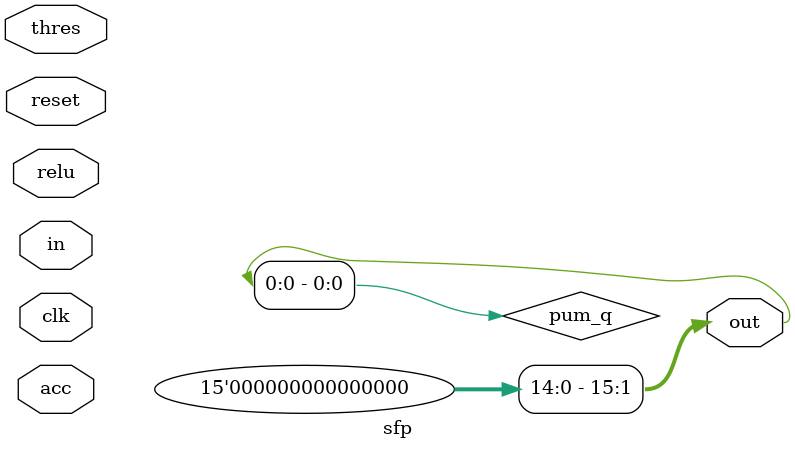
<source format=v>
module sfp (out, in, thres, acc, relu, clk, reset);

parameter bw = 4;
parameter psum_bw = 16;

input clk;
input acc;
input relu;
input reset;

input signed [bw-1:0] in;
input signed [psum_bw-1:0] thres;

output  signed [psum_bw-1:0] out;

reg  signed [psum_bw-1:0] psum_q;

// Your code goes here
  always @ (posedge clk or posedge reset) begin
    if (reset) begin
      psum_q <= 0;
    end 
    else if (relu && psum_q<thres) begin 
      psum_q <=0;
    end 
    else if (acc) begin 
      psum_q <= psum_q+in;
    end 
    
  end 
  assign out = pum_q;
  
endmodule

</source>
